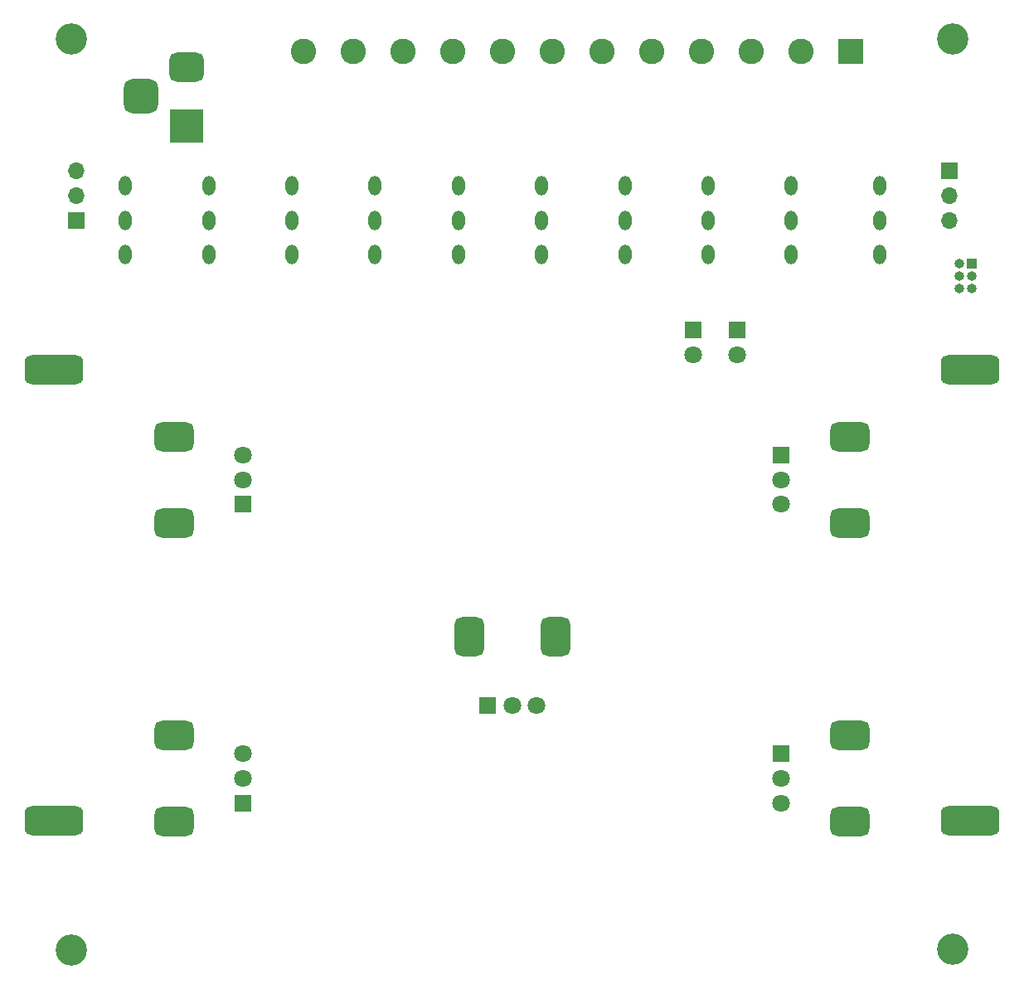
<source format=gbr>
%TF.GenerationSoftware,KiCad,Pcbnew,7.0.7*%
%TF.CreationDate,2023-10-03T09:28:03+02:00*%
%TF.ProjectId,pwmController,70776d43-6f6e-4747-926f-6c6c65722e6b,rev?*%
%TF.SameCoordinates,Original*%
%TF.FileFunction,Soldermask,Bot*%
%TF.FilePolarity,Negative*%
%FSLAX46Y46*%
G04 Gerber Fmt 4.6, Leading zero omitted, Abs format (unit mm)*
G04 Created by KiCad (PCBNEW 7.0.7) date 2023-10-03 09:28:03*
%MOMM*%
%LPD*%
G01*
G04 APERTURE LIST*
G04 Aperture macros list*
%AMRoundRect*
0 Rectangle with rounded corners*
0 $1 Rounding radius*
0 $2 $3 $4 $5 $6 $7 $8 $9 X,Y pos of 4 corners*
0 Add a 4 corners polygon primitive as box body*
4,1,4,$2,$3,$4,$5,$6,$7,$8,$9,$2,$3,0*
0 Add four circle primitives for the rounded corners*
1,1,$1+$1,$2,$3*
1,1,$1+$1,$4,$5*
1,1,$1+$1,$6,$7*
1,1,$1+$1,$8,$9*
0 Add four rect primitives between the rounded corners*
20,1,$1+$1,$2,$3,$4,$5,0*
20,1,$1+$1,$4,$5,$6,$7,0*
20,1,$1+$1,$6,$7,$8,$9,0*
20,1,$1+$1,$8,$9,$2,$3,0*%
G04 Aperture macros list end*
%ADD10R,1.800000X1.800000*%
%ADD11C,1.800000*%
%ADD12RoundRect,0.750000X1.250000X0.750000X-1.250000X0.750000X-1.250000X-0.750000X1.250000X-0.750000X0*%
%ADD13O,1.300000X2.000000*%
%ADD14R,2.600000X2.600000*%
%ADD15C,2.600000*%
%ADD16RoundRect,0.750000X0.750000X-1.250000X0.750000X1.250000X-0.750000X1.250000X-0.750000X-1.250000X0*%
%ADD17RoundRect,0.750000X2.250000X0.750000X-2.250000X0.750000X-2.250000X-0.750000X2.250000X-0.750000X0*%
%ADD18RoundRect,0.750000X-1.250000X-0.750000X1.250000X-0.750000X1.250000X0.750000X-1.250000X0.750000X0*%
%ADD19R,1.700000X1.700000*%
%ADD20O,1.700000X1.700000*%
%ADD21C,3.200000*%
%ADD22R,3.500000X3.500000*%
%ADD23RoundRect,0.750000X-1.000000X0.750000X-1.000000X-0.750000X1.000000X-0.750000X1.000000X0.750000X0*%
%ADD24RoundRect,0.875000X-0.875000X0.875000X-0.875000X-0.875000X0.875000X-0.875000X0.875000X0.875000X0*%
%ADD25R,1.000000X1.000000*%
%ADD26O,1.000000X1.000000*%
G04 APERTURE END LIST*
D10*
%TO.C,RV4*%
X111000000Y-114500000D03*
D11*
X111000000Y-112000000D03*
X111000000Y-109500000D03*
D12*
X104000000Y-116400000D03*
X104000000Y-107600000D03*
%TD*%
D13*
%TO.C,SW1*%
X176000000Y-51500000D03*
X176000000Y-55000000D03*
X176000000Y-58500000D03*
%TD*%
D14*
%TO.C,J104*%
X173101000Y-37719000D03*
D15*
X168021000Y-37719000D03*
X162941000Y-37719000D03*
X157861000Y-37719000D03*
X152781000Y-37719000D03*
X147701000Y-37719000D03*
X142621000Y-37719000D03*
X137541000Y-37719000D03*
X132461000Y-37719000D03*
X127381000Y-37719000D03*
X122301000Y-37719000D03*
X117221000Y-37719000D03*
%TD*%
D10*
%TO.C,RV1*%
X136000000Y-104550000D03*
D11*
X138500000Y-104550000D03*
X141000000Y-104550000D03*
D16*
X134100000Y-97550000D03*
X142900000Y-97550000D03*
%TD*%
D13*
%TO.C,SW5*%
X141500000Y-51500000D03*
X141500000Y-55000000D03*
X141500000Y-58500000D03*
%TD*%
D10*
%TO.C,RV2*%
X111000000Y-84000000D03*
D11*
X111000000Y-81500000D03*
X111000000Y-79000000D03*
D12*
X104000000Y-85900000D03*
X104000000Y-77100000D03*
%TD*%
D13*
%TO.C,SW9*%
X107500000Y-51500000D03*
X107500000Y-55000000D03*
X107500000Y-58500000D03*
%TD*%
D17*
%TO.C,*%
X91694000Y-70231000D03*
%TD*%
D10*
%TO.C,D201*%
X157000000Y-66225000D03*
D11*
X157000000Y-68765000D03*
%TD*%
D10*
%TO.C,RV5*%
X166000000Y-109500000D03*
D11*
X166000000Y-112000000D03*
X166000000Y-114500000D03*
D18*
X173000000Y-107600000D03*
X173000000Y-116400000D03*
%TD*%
D19*
%TO.C,J103*%
X94000000Y-55000000D03*
D20*
X94000000Y-52460000D03*
X94000000Y-49920000D03*
%TD*%
D13*
%TO.C,SW8*%
X116000000Y-51500000D03*
X116000000Y-55000000D03*
X116000000Y-58500000D03*
%TD*%
%TO.C,SW7*%
X124500000Y-51500000D03*
X124500000Y-55000000D03*
X124500000Y-58500000D03*
%TD*%
D21*
%TO.C,REF\u002A\u002A*%
X183473000Y-129450000D03*
%TD*%
D10*
%TO.C,RV3*%
X166000000Y-79000000D03*
D11*
X166000000Y-81500000D03*
X166000000Y-84000000D03*
D18*
X173000000Y-77100000D03*
X173000000Y-85900000D03*
%TD*%
D21*
%TO.C,REF\u002A\u002A*%
X183500000Y-36500000D03*
%TD*%
D13*
%TO.C,SW4*%
X150000000Y-51500000D03*
X150000000Y-55000000D03*
X150000000Y-58500000D03*
%TD*%
%TO.C,SW10*%
X99000000Y-51500000D03*
X99000000Y-55000000D03*
X99000000Y-58500000D03*
%TD*%
D17*
%TO.C,*%
X91694000Y-116332000D03*
%TD*%
D19*
%TO.C,J102*%
X183125000Y-49975000D03*
D20*
X183125000Y-52515000D03*
X183125000Y-55055000D03*
%TD*%
D13*
%TO.C,SW6*%
X133000000Y-51500000D03*
X133000000Y-55000000D03*
X133000000Y-58500000D03*
%TD*%
D22*
%TO.C,J101*%
X105283000Y-45339000D03*
D23*
X105283000Y-39339000D03*
D24*
X100583000Y-42339000D03*
%TD*%
D21*
%TO.C,REF\u002A\u002A*%
X93473000Y-36500000D03*
%TD*%
D25*
%TO.C,U201*%
X185420000Y-59436000D03*
D26*
X184150000Y-59436000D03*
X185420000Y-60706000D03*
X184150000Y-60706000D03*
X185420000Y-61976000D03*
X184150000Y-61976000D03*
%TD*%
D13*
%TO.C,SW2*%
X167000000Y-51500000D03*
X167000000Y-55000000D03*
X167000000Y-58500000D03*
%TD*%
%TO.C,SW3*%
X158500000Y-51500000D03*
X158500000Y-55000000D03*
X158500000Y-58500000D03*
%TD*%
D17*
%TO.C,*%
X185293000Y-70231000D03*
%TD*%
D21*
%TO.C,REF\u002A\u002A*%
X93500000Y-129500000D03*
%TD*%
D10*
%TO.C,D202*%
X161500000Y-66225000D03*
D11*
X161500000Y-68765000D03*
%TD*%
D17*
%TO.C,REF\u002A\u002A*%
X185293000Y-116332000D03*
%TD*%
M02*

</source>
